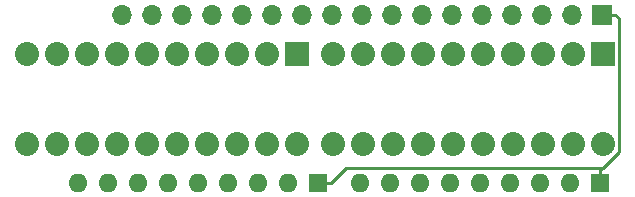
<source format=gbr>
G04 #@! TF.GenerationSoftware,KiCad,Pcbnew,(5.1.0-0)*
G04 #@! TF.CreationDate,2019-09-18T19:58:45-07:00*
G04 #@! TF.ProjectId,LEDRiser16,4c454452-6973-4657-9231-362e6b696361,rev?*
G04 #@! TF.SameCoordinates,Original*
G04 #@! TF.FileFunction,Copper,L2,Bot*
G04 #@! TF.FilePolarity,Positive*
%FSLAX46Y46*%
G04 Gerber Fmt 4.6, Leading zero omitted, Abs format (unit mm)*
G04 Created by KiCad (PCBNEW (5.1.0-0)) date 2019-09-18 19:58:45*
%MOMM*%
%LPD*%
G04 APERTURE LIST*
%ADD10O,1.600000X1.600000*%
%ADD11R,1.600000X1.600000*%
%ADD12R,2.032000X2.032000*%
%ADD13C,2.032000*%
%ADD14O,1.700000X1.700000*%
%ADD15R,1.700000X1.700000*%
%ADD16C,0.250000*%
G04 APERTURE END LIST*
D10*
X79756000Y-83058000D03*
X82296000Y-83058000D03*
X84836000Y-83058000D03*
X87376000Y-83058000D03*
X89916000Y-83058000D03*
X92456000Y-83058000D03*
X94996000Y-83058000D03*
X97536000Y-83058000D03*
D11*
X100076000Y-83058000D03*
D10*
X103632000Y-83058000D03*
X106172000Y-83058000D03*
X108712000Y-83058000D03*
X111252000Y-83058000D03*
X113792000Y-83058000D03*
X116332000Y-83058000D03*
X118872000Y-83058000D03*
X121412000Y-83058000D03*
D11*
X123952000Y-83058000D03*
D12*
X98298000Y-72136000D03*
D13*
X95758000Y-72136000D03*
X93218000Y-72136000D03*
X90678000Y-72136000D03*
X80518000Y-79756000D03*
X83058000Y-79756000D03*
X85598000Y-79756000D03*
X88138000Y-79756000D03*
X88138000Y-72136000D03*
X85598000Y-72136000D03*
X83058000Y-72136000D03*
X80518000Y-72136000D03*
X77978000Y-79756000D03*
X75438000Y-79756000D03*
X75438000Y-72136000D03*
X77978000Y-72136000D03*
X90678000Y-79756000D03*
X93218000Y-79756000D03*
X95758000Y-79756000D03*
X98298000Y-79756000D03*
X124206000Y-79756000D03*
X121666000Y-79756000D03*
X119126000Y-79756000D03*
X116586000Y-79756000D03*
X103886000Y-72136000D03*
X101346000Y-72136000D03*
X101346000Y-79756000D03*
X103886000Y-79756000D03*
X106426000Y-72136000D03*
X108966000Y-72136000D03*
X111506000Y-72136000D03*
X114046000Y-72136000D03*
X114046000Y-79756000D03*
X111506000Y-79756000D03*
X108966000Y-79756000D03*
X106426000Y-79756000D03*
X116586000Y-72136000D03*
X119126000Y-72136000D03*
X121666000Y-72136000D03*
D12*
X124206000Y-72136000D03*
D14*
X83501000Y-68834000D03*
X86041000Y-68834000D03*
X88581000Y-68834000D03*
X91121000Y-68834000D03*
X93661000Y-68834000D03*
X96201000Y-68834000D03*
X98741000Y-68834000D03*
X101281000Y-68834000D03*
X103821000Y-68834000D03*
X106361000Y-68834000D03*
X108901000Y-68834000D03*
X111441000Y-68834000D03*
X113981000Y-68834000D03*
X116521000Y-68834000D03*
X119061000Y-68834000D03*
X121601000Y-68834000D03*
D15*
X124141000Y-68834000D03*
D16*
X123952000Y-82008000D02*
X123952000Y-83058000D01*
X125547001Y-69140001D02*
X125547001Y-80412999D01*
X125241000Y-68834000D02*
X125547001Y-69140001D01*
X124141000Y-68834000D02*
X125241000Y-68834000D01*
X102413000Y-81771000D02*
X124189000Y-81771000D01*
X101126000Y-83058000D02*
X102413000Y-81771000D01*
X100076000Y-83058000D02*
X101126000Y-83058000D01*
X124189000Y-81771000D02*
X123952000Y-82008000D01*
X125547001Y-80412999D02*
X124189000Y-81771000D01*
M02*

</source>
